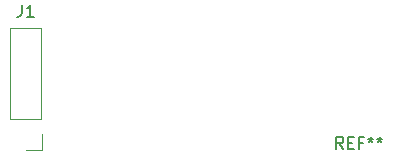
<source format=gbr>
%TF.GenerationSoftware,KiCad,Pcbnew,(5.1.9)-1*%
%TF.CreationDate,2021-03-01T22:37:49-08:00*%
%TF.ProjectId,SD1326_I2C_breakout,53443133-3236-45f4-9932-435f62726561,0.1b*%
%TF.SameCoordinates,Original*%
%TF.FileFunction,Legend,Top*%
%TF.FilePolarity,Positive*%
%FSLAX46Y46*%
G04 Gerber Fmt 4.6, Leading zero omitted, Abs format (unit mm)*
G04 Created by KiCad (PCBNEW (5.1.9)-1) date 2021-03-01 22:37:49*
%MOMM*%
%LPD*%
G01*
G04 APERTURE LIST*
%ADD10C,0.120000*%
%ADD11C,0.150000*%
G04 APERTURE END LIST*
D10*
%TO.C,J1*%
X71450000Y-37890000D02*
X71450000Y-39220000D01*
X71450000Y-39220000D02*
X70120000Y-39220000D01*
X71440000Y-28950000D02*
X71440000Y-36630000D01*
X68780000Y-36630000D02*
X71440000Y-36630000D01*
X68780000Y-28950000D02*
X68780000Y-36630000D01*
X68780000Y-28950000D02*
X71440000Y-28950000D01*
D11*
X69776666Y-26962380D02*
X69776666Y-27676666D01*
X69729047Y-27819523D01*
X69633809Y-27914761D01*
X69490952Y-27962380D01*
X69395714Y-27962380D01*
X70776666Y-27962380D02*
X70205238Y-27962380D01*
X70490952Y-27962380D02*
X70490952Y-26962380D01*
X70395714Y-27105238D01*
X70300476Y-27200476D01*
X70205238Y-27248095D01*
%TO.C,REF\u002A\u002A*%
X96976666Y-39142380D02*
X96643333Y-38666190D01*
X96405238Y-39142380D02*
X96405238Y-38142380D01*
X96786190Y-38142380D01*
X96881428Y-38190000D01*
X96929047Y-38237619D01*
X96976666Y-38332857D01*
X96976666Y-38475714D01*
X96929047Y-38570952D01*
X96881428Y-38618571D01*
X96786190Y-38666190D01*
X96405238Y-38666190D01*
X97405238Y-38618571D02*
X97738571Y-38618571D01*
X97881428Y-39142380D02*
X97405238Y-39142380D01*
X97405238Y-38142380D01*
X97881428Y-38142380D01*
X98643333Y-38618571D02*
X98310000Y-38618571D01*
X98310000Y-39142380D02*
X98310000Y-38142380D01*
X98786190Y-38142380D01*
X99310000Y-38142380D02*
X99310000Y-38380476D01*
X99071904Y-38285238D02*
X99310000Y-38380476D01*
X99548095Y-38285238D01*
X99167142Y-38570952D02*
X99310000Y-38380476D01*
X99452857Y-38570952D01*
X100071904Y-38142380D02*
X100071904Y-38380476D01*
X99833809Y-38285238D02*
X100071904Y-38380476D01*
X100310000Y-38285238D01*
X99929047Y-38570952D02*
X100071904Y-38380476D01*
X100214761Y-38570952D01*
%TD*%
M02*

</source>
